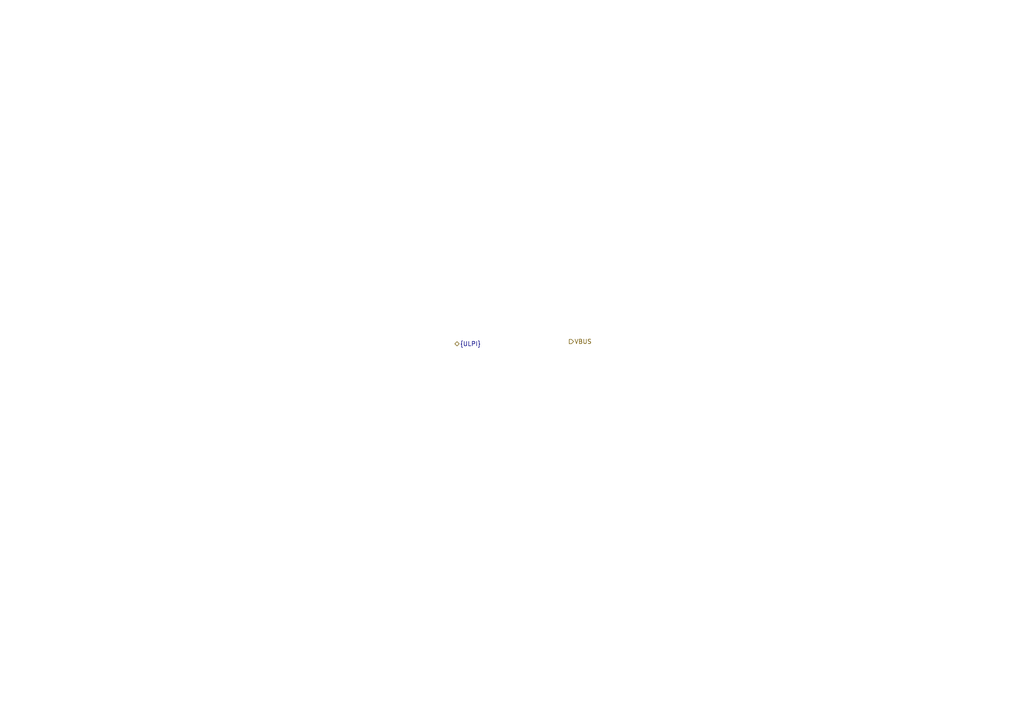
<source format=kicad_sch>
(kicad_sch (version 20230121) (generator eeschema)
  (paper "A4")
  (title_block (title "Heterogeneous radar, RGB, and ToF sensor board") (date "2023-03-28") (rev "1") (company "Center for Project-Based Learning") (comment 1 "Zoltán Marcsek"))
  (lib_symbols)
  (hierarchical_label "{ULPI}" (shape bidirectional) (at 131.9223 99.7176 0))
  (hierarchical_label "VBUS" (shape output) (at 165.1 99.06 0))
)
</source>
